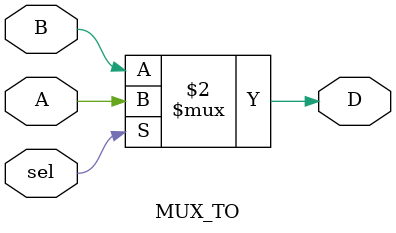
<source format=sv>
module MUX_TO(
input logic sel,
input logic A,
input logic B,
output logic D);

assign D= (sel==1'b1) ? A: B;

endmodule
</source>
